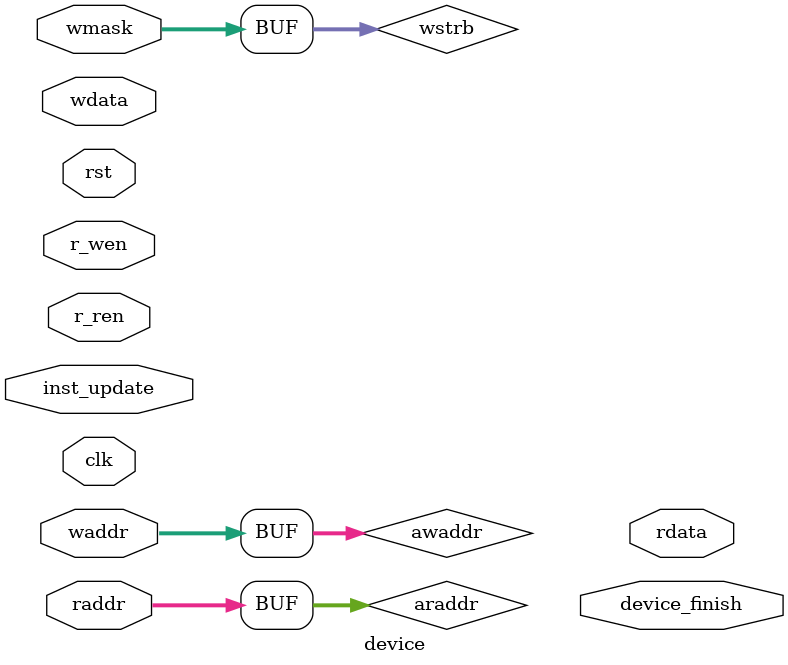
<source format=v>
 module device(
	input  clk,
	input  rst,
	input  r_ren,
	input  [31:0]raddr,
	output [63:0]rdata,
	input  r_wen,
	input  [31:0]waddr,
	input  [63:0]wdata,
	input  [7:0]wmask,
	input  inst_update,
	output  device_finish
);
//总线信号
     
		wire [31:0]araddr;
		wire arvalid;
		wire arready;
		wire [1:0]rresp;
		wire rvalid;
		wire rready;
		//写地址通;
		wire [31:0]awaddr;
		wire awvalid;
		wire awready;
		//写数据通;
		wire [7:0]wstrb;
		wire wvalid;
		wire wready;
		//写回复通;
		wire [1:0]bresp;
		wire bvalid;
		wire bread;
		assign araddr=raddr;
	 	//寄存器
		reg [63:0]reg_rdata;
		      //状态机
		parameter   READ_IDLE        = 3'd0 ,
		           	READ_ARREADY		 =3'd1,
								READ_FINISH 		 =3'd2;
		reg [2:0]read_state;
		always @(posedge clk)begin
			if(rst)
				read_state<=READ_IDLE;
			else if((read_state==READ_IDLE)&arready&arvalid)
				read_state<=READ_ARREADY;
			else if((read_state==READ_ARREADY)&rvalid)
				read_state<=READ_FINISH;
			else if(read_state==READ_ARREADY)
				read_state<=READ_ARREADY;
			else if((read_state==READ_FINISH)&(mem_state==MEM_FINISH))
				read_state<=READ_IDLE;
		end
		//arvalid信号
		assign arvalid=(read_state==READ_IDLE)&inst_update&r_ren;
		//r_data信号
		always @(posedge clk)begin
			if(rvalid&rready)
				reg_rdata<=rdata;
			else
				reg_rdata<=reg_rdata;
		end
		//rready信号
		MuxKey #(3,3,1) mux1(rready,read_state,{
			READ_ARREADY,1'd1,
			READ_FINISH,1'd0,
			READ_IDLE,1'd0
			});
	 //写信号
	 reg [2:0]write_state;
	 //状态机
	 parameter    WRITE_IDLE       = 3'd0 ,
		            WRITE_AW_WREADY	 =3'd1,
								WRITE_FINISH 		 =3'd2;
	 always @(posedge clk)begin
		 if(rst)
			 write_state<=WRITE_IDLE;
		 else if((write_state==WRITE_IDLE)&awready&wready&awvalid&wvalid)
			 write_state<=WRITE_AW_WREADY;
		 else if(write_state==WRITE_IDLE)
			 write_state<=WRITE_IDLE;
		 else if((write_state==WRITE_AW_WREADY)&bvalid)
			 write_state<=WRITE_FINISH;
		 else if(write_state==WRITE_AW_WREADY)
			 write_state<=WRITE_AW_WREADY;
		 else if(write_state==WRITE_FINISH&(mem_finish))
			 write_state<=WRITE_IDLE;
	 end
	 //awvalid wvalid wdata wstrb信号
		assign awvalid=(write_state==WRITE_IDLE)&inst_update&r_wen;
		assign wvalid= (write_state==WRITE_IDLE)&inst_update;
		assign awaddr=waddr;
		assign wstrb =wmask;
	//bready信号
	  assign bready= (write_state==WRITE_AW_WREADY);
		//MEM_状态信息
		reg [2:0]mem_state;
		parameter MEM_BEGIN            =3'd0,
			MEM_WAIT_WRITE_FINISH=3'd1,
			MEM_WAIT_READ_FINISH =3'd2,
			MEM_WAIT_ALL         =3'd3,
			MEM_FINISH           =3'd4;
		///////////////////
		assign r_rdata_ld=reg_rdata;
		assign mem_finish=(mem_state==MEM_FINISH);
		Reg #(1,1'b0) finish(clk,rst,mem_finish,inst_finish,1'b1);
endmodule

</source>
